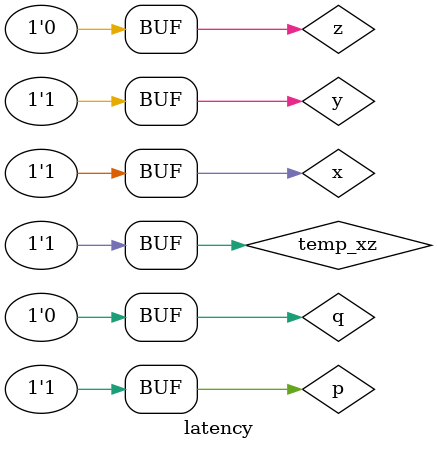
<source format=v>
`timescale 1ns / 1ps


module latency;
// ¶¨Òå²ÎÊý
parameter latency = 20;
parameter delta = 2;
// ¶¨Òå¼Ä´æÆ÷±äÁ¿
reg x,y,z,p,q;

initial
begin
    x = 0;  // Ã»ÓÐÑÓ³Ù¿ØÖÆ
    #10 y = 1;  // ÑÓ³ÙÖµÊ±Êý×ÖµÄÑÓ³Ù¿ØÖÆ,#10ºóÖ´ÐÐy=1
    
    #latency z = 0; // Ê¹ÓÃ±êÊ¶·ûµÄÑÓ³Ù¿ØÖÆ,ÑÓ³Ù#20
    #(latency + delta) p = 1; // Ê¹ÓÃ±í´ïÊ½¿ØÖÆµÄÑÓ³Ù
    
    #y x = x + 1;   // Ê¹ÓÃ±êÊ¶·ûµÄÑÓ³Ù¿ØÖÆ, ÓÃyµÄÖµ
    
    #(4:5:6) q = 0; // ×îÐ¡/µäÐÍ/×î´óÑÓ³ÙÖµ
end

// ÄÚÇ¶¸³ÖµÑÓ³Ù
initial
begin
    x = 0; z = 0;
    y = #5 x + z;   // ÔÚ·ÂÕæµÄ0Ê±¿ÌÈ¡µÃxºÍzµÄÖµ,¼ÆËãx + z
                    // #5ºó¸³Öµ¸øy
end
// ÓÃÁÙÊ±±äÁ¿ºÍÕý¹æµÄÑÓ³Ù¿ØÖÆ, ´ïµ½Í¬ÑùµÄÐ§¹û
reg temp_xz;
initial
begin
    x = 0; z = 0;
    temp_xz = x + z;    // ÔÚµ±Ç°Ê±¿Ì¼ÆËãx + zµÄÖµ, °Ñ¼ÆËã½á¹û´æ´¢ÔÚÁÙÊ±±äÁ¿ÖÐ
    #5 y = temp_xz;     // #5Ê±, ¸³Öµ¸øy,ÆÚ¼äÊ±¿ÌxºÍz±ä»¯²»Ó°ÏìyÖµ
end

// ÁãÑÓ³Ù¿ØÖÆ
initial
begin
    x = 0;
    y = 0;
end
// ±£Ö¤ÁãÑÓ³Ù¿ØÖÆÔÚ×îºóÖ´ÐÐ
// ²»±£Ö¤¶à¸öÁãÑÓ³ÙÓï¾äÏÈºóË³Ðò
initial
begin
    #0 x = 1;   // ÁãÑÓ³Ù¿ØÖÆ
    #0 y = 1;
end

endmodule

</source>
